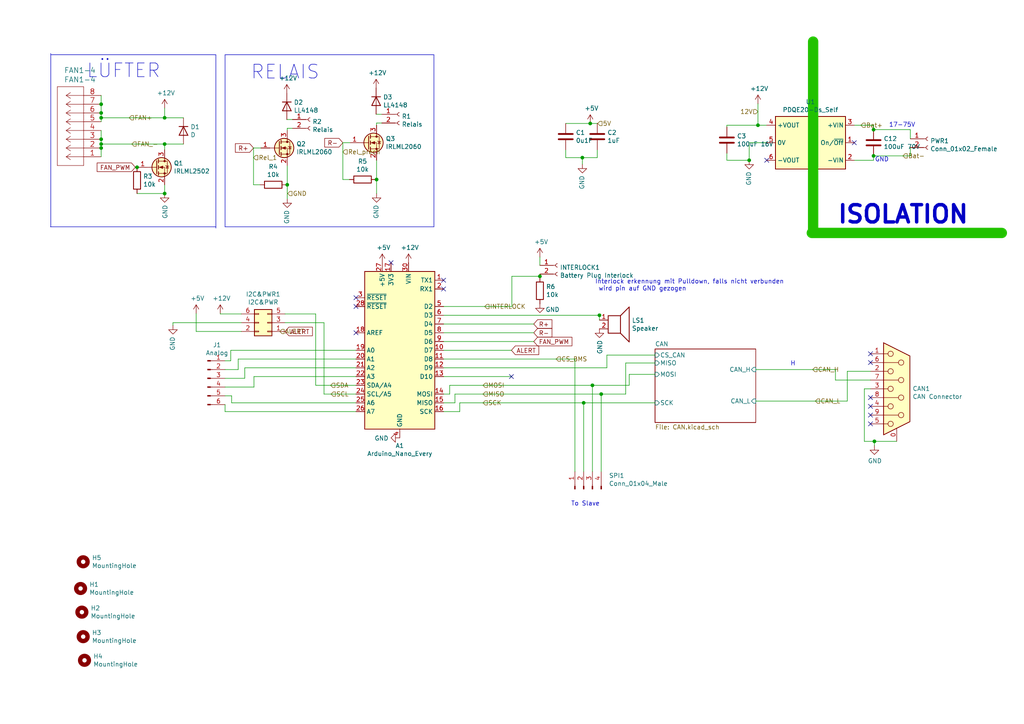
<source format=kicad_sch>
(kicad_sch (version 20230121) (generator eeschema)
  (paper "A4")
  (title_block (title "E16 BMS Master") (date "2022-01-09") (rev "V1") (company "FTAG") (comment 1 "John Pausder"))
  (lib_symbols
    (symbol "Connector_Generic:Conn_02x03_Odd_Even" (pin_names (offset 1.016) hide)
      (property "Reference" "J" (at 1.27 5.08 0))
      (property "Value" "Conn_02x03_Odd_Even" (at 1.27 -5.08 0))
      (symbol "Conn_02x03_Odd_Even_1_1"
        (rectangle (start -1.27 -2.413) (end 0 -2.667) (stroke (width 0.1524)))
        (rectangle (start -1.27 0.127) (end 0 -0.127) (stroke (width 0.1524)))
        (rectangle (start -1.27 2.667) (end 0 2.413) (stroke (width 0.1524)))
        (rectangle (start -1.27 3.81) (end 3.81 -3.81) (stroke (width 0.254)) (fill (type background)))
        (rectangle (start 3.81 -2.413) (end 2.54 -2.667) (stroke (width 0.1524)))
        (rectangle (start 3.81 0.127) (end 2.54 -0.127) (stroke (width 0.1524)))
        (rectangle (start 3.81 2.667) (end 2.54 2.413) (stroke (width 0.1524)))
        (pin passive line (at -5.08 2.54 0) (length 3.81) (name "Pin_1") (number "1"))
        (pin passive line (at 7.62 2.54 180) (length 3.81) (name "Pin_2") (number "2"))
        (pin passive line (at -5.08 0 0) (length 3.81) (name "Pin_3") (number "3"))
        (pin passive line (at 7.62 0 180) (length 3.81) (name "Pin_4") (number "4"))
        (pin passive line (at -5.08 -2.54 0) (length 3.81) (name "Pin_5") (number "5"))
        (pin passive line (at 7.62 -2.54 180) (length 3.81) (name "Pin_6") (number "6"))
      )
    )
    (symbol "Device:C" (pin_numbers hide) (pin_names (offset 0.254))
      (property "Reference" "C" (at 0.635 2.54 0))
      (property "Value" "C" (at 0.635 -2.54 0))
      (symbol "C_0_1"
        (polyline (pts (xy -2.032 -0.762) (xy 2.032 -0.762)) (stroke (width 0.508)))
        (polyline (pts (xy -2.032 0.762) (xy 2.032 0.762)) (stroke (width 0.508)))
      )
      (symbol "C_1_1"
        (pin passive line (at 0 3.81 270) (length 2.794) (name "~") (number "1"))
        (pin passive line (at 0 -3.81 90) (length 2.794) (name "~") (number "2"))
      )
    )
    (symbol "Device:D" (pin_numbers hide) (pin_names (offset 1.016) hide)
      (property "Reference" "D" (at 0 2.54 0))
      (property "Value" "D" (at 0 -2.54 0))
      (symbol "D_0_1"
        (polyline (pts (xy -1.27 1.27) (xy -1.27 -1.27)) (stroke (width 0.254)))
        (polyline (pts (xy 1.27 0) (xy -1.27 0)))
        (polyline (pts (xy 1.27 1.27) (xy 1.27 -1.27) (xy -1.27 0) (xy 1.27 1.27)) (stroke (width 0.254)))
      )
      (symbol "D_1_1"
        (pin passive line (at -3.81 0 0) (length 2.54) (name "K") (number "1"))
        (pin passive line (at 3.81 0 180) (length 2.54) (name "A") (number "2"))
      )
    )
    (symbol "Device:R" (pin_numbers hide) (pin_names (offset 0))
      (property "Reference" "R" (at 2.032 0 90))
      (property "Value" "R" (at 0 0 90))
      (symbol "R_0_1"
        (rectangle (start -1.016 -2.54) (end 1.016 2.54) (stroke (width 0.254)))
      )
      (symbol "R_1_1"
        (pin passive line (at 0 3.81 270) (length 1.27) (name "~") (number "1"))
        (pin passive line (at 0 -3.81 90) (length 1.27) (name "~") (number "2"))
      )
    )
    (symbol "Device:Speaker" (pin_names (offset 0) hide)
      (property "Reference" "LS" (at 1.27 5.715 0))
      (property "Value" "Speaker" (at 1.27 3.81 0))
      (symbol "Speaker_0_0"
        (rectangle (start -2.54 1.27) (end 1.016 -3.81) (stroke (width 0.254)))
        (polyline (pts (xy 1.016 1.27) (xy 3.556 3.81) (xy 3.556 -6.35) (xy 1.016 -3.81)) (stroke (width 0.254)))
      )
      (symbol "Speaker_1_1"
        (pin input line (at -5.08 0 0) (length 2.54) (name "1") (number "1"))
        (pin input line (at -5.08 -2.54 0) (length 2.54) (name "2") (number "2"))
      )
    )
    (symbol "Diode:LL4148" (pin_numbers hide) (pin_names hide)
      (property "Reference" "D" (at 0 2.54 0))
      (property "Value" "LL4148" (at 0 -2.54 0))
      (symbol "LL4148_0_1"
        (polyline (pts (xy -1.27 1.27) (xy -1.27 -1.27)) (stroke (width 0.254)))
        (polyline (pts (xy 1.27 0) (xy -1.27 0)))
        (polyline (pts (xy 1.27 1.27) (xy 1.27 -1.27) (xy -1.27 0) (xy 1.27 1.27)) (stroke (width 0.254)))
      )
      (symbol "LL4148_1_1"
        (pin passive line (at -3.81 0 0) (length 2.54) (name "K") (number "1"))
        (pin passive line (at 3.81 0 180) (length 2.54) (name "A") (number "2"))
      )
    )
    (symbol "E16 BMS Master-rescue:449145803-2022-01-10_10-45-03" (pin_names (offset 0.254) hide)
      (property "Reference" "J" (at 8.89 6.35 0))
      (property "Value" "2022-01-10_10-45-03_449145803" (at 10.16 -10.16 0))
      (symbol "449145803-2022-01-10_10-45-03_1_1"
        (polyline (pts (xy 5.08 -20.32) (xy 12.7 -20.32)) (stroke (width 0.127)))
        (polyline (pts (xy 5.08 2.54) (xy 5.08 -20.32)) (stroke (width 0.127)))
        (polyline (pts (xy 10.16 -17.78) (xy 5.08 -17.78)) (stroke (width 0.127)))
        (polyline (pts (xy 10.16 -17.78) (xy 8.89 -18.6182)) (stroke (width 0.127)))
        (polyline (pts (xy 10.16 -17.78) (xy 8.89 -16.9418)) (stroke (width 0.127)))
        (polyline (pts (xy 10.16 -15.24) (xy 5.08 -15.24)) (stroke (width 0.127)))
        (polyline (pts (xy 10.16 -15.24) (xy 8.89 -16.0782)) (stroke (width 0.127)))
        (polyline (pts (xy 10.16 -15.24) (xy 8.89 -14.4018)) (stroke (width 0.127)))
        (polyline (pts (xy 10.16 -12.7) (xy 5.08 -12.7)) (stroke (width 0.127)))
        (polyline (pts (xy 10.16 -12.7) (xy 8.89 -13.5382)) (stroke (width 0.127)))
        (polyline (pts (xy 10.16 -12.7) (xy 8.89 -11.8618)) (stroke (width 0.127)))
        (polyline (pts (xy 10.16 -10.16) (xy 5.08 -10.16)) (stroke (width 0.127)))
        (polyline (pts (xy 10.16 -10.16) (xy 8.89 -10.9982)) (stroke (width 0.127)))
        (polyline (pts (xy 10.16 -10.16) (xy 8.89 -9.3218)) (stroke (width 0.127)))
        (polyline (pts (xy 10.16 -7.62) (xy 5.08 -7.62)) (stroke (width 0.127)))
        (polyline (pts (xy 10.16 -7.62) (xy 8.89 -8.4582)) (stroke (width 0.127)))
        (polyline (pts (xy 10.16 -7.62) (xy 8.89 -6.7818)) (stroke (width 0.127)))
        (polyline (pts (xy 10.16 -5.08) (xy 5.08 -5.08)) (stroke (width 0.127)))
        (polyline (pts (xy 10.16 -5.08) (xy 8.89 -5.9182)) (stroke (width 0.127)))
        (polyline (pts (xy 10.16 -5.08) (xy 8.89 -4.2418)) (stroke (width 0.127)))
        (polyline (pts (xy 10.16 -2.54) (xy 5.08 -2.54)) (stroke (width 0.127)))
        (polyline (pts (xy 10.16 -2.54) (xy 8.89 -3.3782)) (stroke (width 0.127)))
        (polyline (pts (xy 10.16 -2.54) (xy 8.89 -1.7018)) (stroke (width 0.127)))
        (polyline (pts (xy 10.16 0) (xy 5.08 0)) (stroke (width 0.127)))
        (polyline (pts (xy 10.16 0) (xy 8.89 -0.8382)) (stroke (width 0.127)))
        (polyline (pts (xy 10.16 0) (xy 8.89 0.8382)) (stroke (width 0.127)))
        (polyline (pts (xy 12.7 -20.32) (xy 12.7 2.54)) (stroke (width 0.127)))
        (polyline (pts (xy 12.7 2.54) (xy 5.08 2.54)) (stroke (width 0.127)))
        (pin unspecified line (at 0 0 0) (length 5.08) (name "1") (number "1"))
        (pin unspecified line (at 0 -2.54 0) (length 5.08) (name "2") (number "2"))
        (pin unspecified line (at 0 -5.08 0) (length 5.08) (name "3") (number "3"))
        (pin unspecified line (at 0 -7.62 0) (length 5.08) (name "4") (number "4"))
        (pin unspecified line (at 0 -10.16 0) (length 5.08) (name "5") (number "5"))
        (pin unspecified line (at 0 -12.7 0) (length 5.08) (name "6") (number "6"))
        (pin unspecified line (at 0 -15.24 0) (length 5.08) (name "7") (number "7"))
        (pin unspecified line (at 0 -17.78 0) (length 5.08) (name "8") (number "8"))
      )
    )
    (symbol "E16 BMS Master-rescue:Conn_01x02_Female-Connector" (pin_names (offset 1.016) hide)
      (property "Reference" "J" (at 0 2.54 0))
      (property "Value" "Connector_Conn_01x02_Female" (at 0 -5.08 0))
      (symbol "Conn_01x02_Female-Connector_1_1"
        (arc (start 0 -2.032) (mid -0.5058 -2.54) (end 0 -3.048) (stroke (width 0.1524)))
        (polyline (pts (xy -1.27 -2.54) (xy -0.508 -2.54)) (stroke (width 0.1524)))
        (polyline (pts (xy -1.27 0) (xy -0.508 0)) (stroke (width 0.1524)))
        (arc (start 0 0.508) (mid -0.5058 0) (end 0 -0.508) (stroke (width 0.1524)))
        (pin passive line (at -5.08 0 0) (length 3.81) (name "Pin_1") (number "1"))
        (pin passive line (at -5.08 -2.54 0) (length 3.81) (name "Pin_2") (number "2"))
      )
    )
    (symbol "E16 BMS Master-rescue:Conn_01x04_Male-Connector" (pin_names (offset 1.016) hide)
      (property "Reference" "J" (at 0 5.08 0))
      (property "Value" "Connector_Conn_01x04_Male" (at 0 -7.62 0))
      (symbol "Conn_01x04_Male-Connector_1_1"
        (polyline (pts (xy 1.27 -5.08) (xy 0.8636 -5.08)) (stroke (width 0.1524)))
        (polyline (pts (xy 1.27 -2.54) (xy 0.8636 -2.54)) (stroke (width 0.1524)))
        (polyline (pts (xy 1.27 0) (xy 0.8636 0)) (stroke (width 0.1524)))
        (polyline (pts (xy 1.27 2.54) (xy 0.8636 2.54)) (stroke (width 0.1524)))
        (rectangle (start 0.8636 -4.953) (end 0 -5.207) (stroke (width 0.1524)) (fill (type outline)))
        (rectangle (start 0.8636 -2.413) (end 0 -2.667) (stroke (width 0.1524)) (fill (type outline)))
        (rectangle (start 0.8636 0.127) (end 0 -0.127) (stroke (width 0.1524)) (fill (type outline)))
        (rectangle (start 0.8636 2.667) (end 0 2.413) (stroke (width 0.1524)) (fill (type outline)))
        (pin passive line (at 5.08 2.54 180) (length 3.81) (name "Pin_1") (number "1"))
        (pin passive line (at 5.08 0 180) (length 3.81) (name "Pin_2") (number "2"))
        (pin passive line (at 5.08 -2.54 180) (length 3.81) (name "Pin_3") (number "3"))
        (pin passive line (at 5.08 -5.08 180) (length 3.81) (name "Pin_4") (number "4"))
      )
    )
    (symbol "E16 BMS Master-rescue:Conn_01x06_Male-Connector" (pin_names (offset 1.016) hide)
      (property "Reference" "J" (at 0 7.62 0))
      (property "Value" "Connector_Conn_01x06_Male" (at 0 -10.16 0))
      (symbol "Conn_01x06_Male-Connector_1_1"
        (polyline (pts (xy 1.27 -7.62) (xy 0.8636 -7.62)) (stroke (width 0.1524)))
        (polyline (pts (xy 1.27 -5.08) (xy 0.8636 -5.08)) (stroke (width 0.1524)))
        (polyline (pts (xy 1.27 -2.54) (xy 0.8636 -2.54)) (stroke (width 0.1524)))
        (polyline (pts (xy 1.27 0) (xy 0.8636 0)) (stroke (width 0.1524)))
        (polyline (pts (xy 1.27 2.54) (xy 0.8636 2.54)) (stroke (width 0.1524)))
        (polyline (pts (xy 1.27 5.08) (xy 0.8636 5.08)) (stroke (width 0.1524)))
        (rectangle (start 0.8636 -7.493) (end 0 -7.747) (stroke (width 0.1524)) (fill (type outline)))
        (rectangle (start 0.8636 -4.953) (end 0 -5.207) (stroke (width 0.1524)) (fill (type outline)))
        (rectangle (start 0.8636 -2.413) (end 0 -2.667) (stroke (width 0.1524)) (fill (type outline)))
        (rectangle (start 0.8636 0.127) (end 0 -0.127) (stroke (width 0.1524)) (fill (type outline)))
        (rectangle (start 0.8636 2.667) (end 0 2.413) (stroke (width 0.1524)) (fill (type outline)))
        (rectangle (start 0.8636 5.207) (end 0 4.953) (stroke (width 0.1524)) (fill (type outline)))
        (pin passive line (at 5.08 5.08 180) (length 3.81) (name "Pin_1") (number "1"))
        (pin passive line (at 5.08 2.54 180) (length 3.81) (name "Pin_2") (number "2"))
        (pin passive line (at 5.08 0 180) (length 3.81) (name "Pin_3") (number "3"))
        (pin passive line (at 5.08 -2.54 180) (length 3.81) (name "Pin_4") (number "4"))
        (pin passive line (at 5.08 -5.08 180) (length 3.81) (name "Pin_5") (number "5"))
        (pin passive line (at 5.08 -7.62 180) (length 3.81) (name "Pin_6") (number "6"))
      )
    )
    (symbol "E16 BMS Master-rescue:DB9_Female_MountingHoles-Connector" (pin_names (offset 1.016) hide)
      (property "Reference" "J" (at 0 16.51 0))
      (property "Value" "Connector_DB9_Female_MountingHoles" (at 0 14.605 0))
      (symbol "DB9_Female_MountingHoles-Connector_0_1"
        (circle (center -1.778 -10.16) (radius 0.762))
        (circle (center -1.778 -5.08) (radius 0.762))
        (circle (center -1.778 0) (radius 0.762))
        (circle (center -1.778 5.08) (radius 0.762))
        (circle (center -1.778 10.16) (radius 0.762))
        (polyline (pts (xy -3.81 -10.16) (xy -2.54 -10.16)))
        (polyline (pts (xy -3.81 -7.62) (xy 0.508 -7.62)))
        (polyline (pts (xy -3.81 -5.08) (xy -2.54 -5.08)))
        (polyline (pts (xy -3.81 -2.54) (xy 0.508 -2.54)))
        (polyline (pts (xy -3.81 0) (xy -2.54 0)))
        (polyline (pts (xy -3.81 2.54) (xy 0.508 2.54)))
        (polyline (pts (xy -3.81 5.08) (xy -2.54 5.08)))
        (polyline (pts (xy -3.81 7.62) (xy 0.508 7.62)))
        (polyline (pts (xy -3.81 10.16) (xy -2.54 10.16)))
        (polyline (pts (xy -3.81 13.335) (xy -3.81 -13.335) (xy 3.81 -9.525) (xy 3.81 9.525) (xy -3.81 13.335)) (stroke (width 0.254)) (fill (type background)))
        (circle (center 1.27 -7.62) (radius 0.762))
        (circle (center 1.27 -2.54) (radius 0.762))
        (circle (center 1.27 2.54) (radius 0.762))
        (circle (center 1.27 7.62) (radius 0.762))
      )
      (symbol "DB9_Female_MountingHoles-Connector_1_1"
        (pin passive line (at 0 -15.24 90) (length 3.81) (name "PAD") (number "0"))
        (pin passive line (at -7.62 10.16 0) (length 3.81) (name "1") (number "1"))
        (pin passive line (at -7.62 5.08 0) (length 3.81) (name "2") (number "2"))
        (pin passive line (at -7.62 0 0) (length 3.81) (name "3") (number "3"))
        (pin passive line (at -7.62 -5.08 0) (length 3.81) (name "4") (number "4"))
        (pin passive line (at -7.62 -10.16 0) (length 3.81) (name "5") (number "5"))
        (pin passive line (at -7.62 7.62 0) (length 3.81) (name "6") (number "6"))
        (pin passive line (at -7.62 2.54 0) (length 3.81) (name "7") (number "7"))
        (pin passive line (at -7.62 -2.54 0) (length 3.81) (name "8") (number "8"))
        (pin passive line (at -7.62 -7.62 0) (length 3.81) (name "9") (number "9"))
      )
    )
    (symbol "E16 BMS Master-rescue:IRLML2060-Selfmade" (pin_names hide)
      (property "Reference" "Q" (at 5.08 1.905 0))
      (property "Value" "Selfmade_IRLML2060" (at 5.08 0 0))
      (symbol "IRLML2060-Selfmade_0_1"
        (polyline (pts (xy 0.254 0) (xy -2.54 0)))
        (polyline (pts (xy 0.254 1.905) (xy 0.254 -1.905)) (stroke (width 0.254)))
        (polyline (pts (xy 0.762 -1.27) (xy 0.762 -2.286)) (stroke (width 0.254)))
        (polyline (pts (xy 0.762 0.508) (xy 0.762 -0.508)) (stroke (width 0.254)))
        (polyline (pts (xy 0.762 2.286) (xy 0.762 1.27)) (stroke (width 0.254)))
        (polyline (pts (xy 2.54 2.54) (xy 2.54 1.778)))
        (polyline (pts (xy 2.54 -2.54) (xy 2.54 0) (xy 0.762 0)))
        (polyline (pts (xy 0.762 -1.778) (xy 3.302 -1.778) (xy 3.302 1.778) (xy 0.762 1.778)))
        (polyline (pts (xy 1.016 0) (xy 2.032 0.381) (xy 2.032 -0.381) (xy 1.016 0)) (fill (type outline)))
        (polyline (pts (xy 2.794 0.508) (xy 2.921 0.381) (xy 3.683 0.381) (xy 3.81 0.254)))
        (polyline (pts (xy 3.302 0.381) (xy 2.921 -0.254) (xy 3.683 -0.254) (xy 3.302 0.381)))
        (circle (center 1.651 0) (radius 2.794) (stroke (width 0.254)) (fill (type background)))
        (circle (center 2.54 -1.778) (radius 0.254) (fill (type outline)))
        (circle (center 2.54 1.778) (radius 0.254) (fill (type outline)))
      )
      (symbol "IRLML2060-Selfmade_1_1"
        (pin input line (at -5.08 0 0) (length 2.54) (name "G") (number "1"))
        (pin passive line (at 2.54 -5.08 90) (length 2.54) (name "S") (number "2"))
        (pin passive line (at 2.54 5.08 270) (length 2.54) (name "D") (number "3"))
      )
    )
    (symbol "E16 BMS Master-rescue:PDQE20-Ds_Self-Selfmade"
      (property "Reference" "U" (at -8.89 8.89 0))
      (property "Value" "Selfmade_PDQE20-Ds_Self" (at 8.89 8.89 0))
      (symbol "PDQE20-Ds_Self-Selfmade_0_1"
        (rectangle (start -10.16 7.62) (end 10.16 -7.62) (stroke (width 0.254)) (fill (type background)))
        (polyline (pts (xy 0 -5.08) (xy 0 -6.35)))
        (polyline (pts (xy 0 -2.54) (xy 0 -3.81)))
        (polyline (pts (xy 0 0) (xy 0 -1.27)))
        (polyline (pts (xy 0 2.54) (xy 0 1.27)))
        (polyline (pts (xy 0 5.08) (xy 0 3.81)))
        (polyline (pts (xy 0 7.62) (xy 0 6.35)))
      )
      (symbol "PDQE20-Ds_Self-Selfmade_1_1"
        (pin input line (at -12.7 0 0) (length 2.54) (name "On/~{Off}") (number "1"))
        (pin power_in line (at -12.7 -5.08 0) (length 2.54) (name "-VIN") (number "2"))
        (pin power_in line (at -12.7 5.08 0) (length 2.54) (name "+VIN") (number "3"))
        (pin power_out line (at 12.7 5.08 180) (length 2.54) (name "+VOUT") (number "4"))
        (pin power_out line (at 12.7 0 180) (length 2.54) (name "0V") (number "5"))
        (pin power_out line (at 12.7 -5.08 180) (length 2.54) (name "-VOUT") (number "6"))
      )
    )
    (symbol "MCU_Module:Arduino_Nano_Every"
      (property "Reference" "A" (at -10.16 23.495 0))
      (property "Value" "Arduino_Nano_Every" (at 5.08 -24.13 0))
      (symbol "Arduino_Nano_Every_0_1"
        (rectangle (start -10.16 22.86) (end 10.16 -22.86) (stroke (width 0.254)) (fill (type background)))
      )
      (symbol "Arduino_Nano_Every_1_1"
        (pin bidirectional line (at -12.7 20.32 0) (length 2.54) (name "TX1") (number "1"))
        (pin bidirectional line (at -12.7 0 0) (length 2.54) (name "D7") (number "10"))
        (pin bidirectional line (at -12.7 -2.54 0) (length 2.54) (name "D8") (number "11"))
        (pin bidirectional line (at -12.7 -5.08 0) (length 2.54) (name "D9") (number "12"))
        (pin bidirectional line (at -12.7 -7.62 0) (length 2.54) (name "D10") (number "13"))
        (pin bidirectional line (at -12.7 -12.7 0) (length 2.54) (name "MOSI") (number "14"))
        (pin bidirectional line (at -12.7 -15.24 0) (length 2.54) (name "MISO") (number "15"))
        (pin bidirectional line (at -12.7 -17.78 0) (length 2.54) (name "SCK") (number "16"))
        (pin power_out line (at 2.54 25.4 270) (length 2.54) (name "3V3") (number "17"))
        (pin input line (at 12.7 5.08 180) (length 2.54) (name "AREF") (number "18"))
        (pin bidirectional line (at 12.7 0 180) (length 2.54) (name "A0") (number "19"))
        (pin bidirectional line (at -12.7 17.78 0) (length 2.54) (name "RX1") (number "2"))
        (pin bidirectional line (at 12.7 -2.54 180) (length 2.54) (name "A1") (number "20"))
        (pin bidirectional line (at 12.7 -5.08 180) (length 2.54) (name "A2") (number "21"))
        (pin bidirectional line (at 12.7 -7.62 180) (length 2.54) (name "A3") (number "22"))
        (pin bidirectional line (at 12.7 -10.16 180) (length 2.54) (name "SDA/A4") (number "23"))
        (pin bidirectional line (at 12.7 -12.7 180) (length 2.54) (name "SCL/A5") (number "24"))
        (pin bidirectional line (at 12.7 -15.24 180) (length 2.54) (name "A6") (number "25"))
        (pin bidirectional line (at 12.7 -17.78 180) (length 2.54) (name "A7") (number "26"))
        (pin power_out line (at 5.08 25.4 270) (length 2.54) (name "+5V") (number "27"))
        (pin input line (at 12.7 12.7 180) (length 2.54) (name "~{RESET}") (number "28"))
        (pin passive line (at 0 -25.4 90) (length 2.54) hide (name "GND") (number "29"))
        (pin input line (at 12.7 15.24 180) (length 2.54) (name "~{RESET}") (number "3"))
        (pin power_in line (at -2.54 25.4 270) (length 2.54) (name "VIN") (number "30"))
        (pin power_in line (at 0 -25.4 90) (length 2.54) (name "GND") (number "4"))
        (pin bidirectional line (at -12.7 12.7 0) (length 2.54) (name "D2") (number "5"))
        (pin bidirectional line (at -12.7 10.16 0) (length 2.54) (name "D3") (number "6"))
        (pin bidirectional line (at -12.7 7.62 0) (length 2.54) (name "D4") (number "7"))
        (pin bidirectional line (at -12.7 5.08 0) (length 2.54) (name "D5") (number "8"))
        (pin bidirectional line (at -12.7 2.54 0) (length 2.54) (name "D6") (number "9"))
      )
    )
    (symbol "Mechanical:MountingHole" (pin_names (offset 1.016))
      (property "Reference" "H" (at 0 5.08 0))
      (property "Value" "MountingHole" (at 0 3.175 0))
      (symbol "MountingHole_0_1"
        (circle (center 0 0) (radius 1.27) (stroke (width 1.27)))
      )
    )
    (symbol "power:+12V" (power) (pin_names (offset 0))
      (property "Value" "+12V" (at 0 3.556 0))
      (symbol "+12V_0_1"
        (polyline (pts (xy -0.762 1.27) (xy 0 2.54)))
        (polyline (pts (xy 0 0) (xy 0 2.54)))
        (polyline (pts (xy 0 2.54) (xy 0.762 1.27)))
      )
      (symbol "+12V_1_1"
        (pin power_in line (at 0 0 90) (length 0) hide (name "+12V") (number "1"))
      )
    )
    (symbol "power:+5V" (power) (pin_names (offset 0))
      (property "Value" "+5V" (at 0 3.556 0))
      (symbol "+5V_0_1"
        (polyline (pts (xy -0.762 1.27) (xy 0 2.54)))
        (polyline (pts (xy 0 0) (xy 0 2.54)))
        (polyline (pts (xy 0 2.54) (xy 0.762 1.27)))
      )
      (symbol "+5V_1_1"
        (pin power_in line (at 0 0 90) (length 0) hide (name "+5V") (number "1"))
      )
    )
    (symbol "power:GND" (power) (pin_names (offset 0))
      (property "Value" "GND" (at 0 -3.81 0))
      (symbol "GND_0_1"
        (polyline (pts (xy 0 0) (xy 0 -1.27) (xy 1.27 -1.27) (xy 0 -2.54) (xy -1.27 -1.27) (xy 0 -1.27)))
      )
      (symbol "GND_1_1"
        (pin power_in line (at 0 0 270) (length 0) hide (name "GND") (number "1"))
      )
    )
  )
  (junction (at 174.371 114.3))
  (junction (at 29.337 41.783))
  (junction (at 219.837 36.322))
  (junction (at 83.312 53.594))
  (junction (at 217.297 46.482))
  (junction (at 29.337 34.163))
  (junction (at 156.591 80.137))
  (junction (at 39.751 48.514))
  (junction (at 29.337 30.226))
  (junction (at 29.337 42.926))
  (junction (at 109.22 52.07))
  (junction (at 253.619 128.016))
  (junction (at 168.91 45.72))
  (junction (at 47.752 41.783))
  (junction (at 169.291 116.84))
  (junction (at 47.752 56.134))
  (junction (at 173.863 91.44))
  (junction (at 171.831 111.76))
  (junction (at 253.365 37.592))
  (junction (at 29.337 32.766))
  (junction (at 253.365 45.212))
  (junction (at 171.196 35.814))
  (junction (at 47.752 34.163))
  (junction (at 29.337 40.386))
  (no_connect (at 128.651 83.82))
  (no_connect (at 113.411 76.2))
  (no_connect (at 252.476 122.936))
  (no_connect (at 252.476 120.396))
  (no_connect (at 252.476 115.316))
  (no_connect (at 103.251 96.52))
  (no_connect (at 128.651 81.28))
  (no_connect (at 103.251 86.36))
  (no_connect (at -124.079 20.32))
  (no_connect (at 252.476 117.856))
  (no_connect (at 252.476 102.616))
  (no_connect (at 222.377 46.482))
  (no_connect (at 247.777 41.402))
  (no_connect (at 252.476 105.156))
  (no_connect (at 148.336 109.22))
  (no_connect (at 103.251 88.9))
  (wire (pts (xy 264.033 37.592) (xy 264.033 40.259)))
  (wire (pts (xy 73.66 112.268) (xy 65.278 112.268)))
  (wire (pts (xy 91.567 91.059) (xy 82.677 91.059)))
  (wire (pts (xy 253.365 37.592) (xy 264.033 37.592)))
  (wire (pts (xy 156.591 74.549) (xy 156.591 76.962)))
  (polyline (pts (xy 65.278 15.875) (xy 125.857 15.875)))
  (wire (pts (xy 173.228 43.434) (xy 173.228 45.72)))
  (wire (pts (xy 222.377 36.322) (xy 219.837 36.322)))
  (wire (pts (xy 84.836 34.671) (xy 83.185 34.671)))
  (wire (pts (xy 245.745 107.696) (xy 252.476 107.696)))
  (wire (pts (xy 189.992 108.585) (xy 182.499 108.585)))
  (wire (pts (xy 70.993 109.728) (xy 70.993 106.68)))
  (wire (pts (xy 47.752 56.134) (xy 47.752 53.594)))
  (wire (pts (xy 65.278 119.38) (xy 103.251 119.38)))
  (wire (pts (xy 29.337 37.846) (xy 29.337 40.386)))
  (wire (pts (xy 65.278 107.188) (xy 69.088 107.188)))
  (polyline (pts (xy 235.458 67.564) (xy 290.576 67.564)) (stroke (width 2.9972) (type solid) (color 33 194 0 1)))
  (wire (pts (xy 47.752 34.163) (xy 47.752 31.369)))
  (wire (pts (xy 166.751 136.779) (xy 166.751 104.14)))
  (wire (pts (xy 109.22 35.687) (xy 109.22 36.322)))
  (wire (pts (xy 93.98 114.3) (xy 103.251 114.3)))
  (wire (pts (xy 70.993 106.68) (xy 103.251 106.68)))
  (wire (pts (xy 128.651 93.98) (xy 154.813 93.98)))
  (wire (pts (xy 252.476 112.776) (xy 250.698 112.776)))
  (wire (pts (xy 219.837 36.322) (xy 219.837 30.099)))
  (wire (pts (xy 174.371 114.3) (xy 181.483 114.3)))
  (wire (pts (xy 65.278 109.728) (xy 70.993 109.728)))
  (wire (pts (xy 210.82 36.322) (xy 210.82 36.83)))
  (wire (pts (xy 128.651 101.6) (xy 148.336 101.6)))
  (wire (pts (xy 133.35 116.84) (xy 169.291 116.84)))
  (wire (pts (xy 29.337 41.783) (xy 29.337 42.926)))
  (wire (pts (xy 250.698 112.776) (xy 250.698 128.016)))
  (wire (pts (xy 210.82 46.482) (xy 217.297 46.482)))
  (wire (pts (xy 47.752 41.783) (xy 29.337 41.783)))
  (wire (pts (xy 164.084 35.814) (xy 171.196 35.814)))
  (wire (pts (xy 169.291 116.84) (xy 189.992 116.84)))
  (wire (pts (xy 176.022 102.997) (xy 176.022 106.68)))
  (wire (pts (xy 69.977 93.599) (xy 50.165 93.599)))
  (wire (pts (xy 247.777 36.322) (xy 253.365 36.322)))
  (wire (pts (xy 169.291 136.779) (xy 169.291 116.84)))
  (wire (pts (xy 128.651 106.68) (xy 176.022 106.68)))
  (wire (pts (xy 130.429 114.3) (xy 128.651 114.3)))
  (wire (pts (xy 39.751 56.134) (xy 47.752 56.134)))
  (wire (pts (xy 133.35 116.84) (xy 133.35 119.38)))
  (wire (pts (xy 156.591 79.502) (xy 156.591 80.137)))
  (wire (pts (xy 109.22 35.687) (xy 110.744 35.687)))
  (wire (pts (xy 219.202 107.188) (xy 242.316 107.188)))
  (wire (pts (xy 29.337 27.686) (xy 29.337 30.226)))
  (polyline (pts (xy 125.857 65.786) (xy 65.278 65.786)))
  (wire (pts (xy 128.651 119.38) (xy 133.35 119.38)))
  (wire (pts (xy 29.337 34.163) (xy 29.337 35.306)))
  (wire (pts (xy 217.297 41.402) (xy 222.377 41.402)))
  (wire (pts (xy 217.297 46.482) (xy 217.297 41.402)))
  (wire (pts (xy 128.651 99.06) (xy 154.813 99.06)))
  (wire (pts (xy 83.312 48.006) (xy 83.312 53.594)))
  (polyline (pts (xy 62.611 15.875) (xy 62.611 66.167)))
  (wire (pts (xy 99.441 41.402) (xy 99.441 52.07)))
  (wire (pts (xy 93.98 93.599) (xy 82.677 93.599)))
  (wire (pts (xy 75.692 42.926) (xy 73.533 42.926)))
  (wire (pts (xy 29.337 30.226) (xy 29.337 32.766)))
  (wire (pts (xy 128.651 91.44) (xy 173.863 91.44)))
  (wire (pts (xy 173.863 91.44) (xy 173.99 91.44)))
  (wire (pts (xy 173.863 92.837) (xy 173.863 91.44)))
  (wire (pts (xy 128.651 88.9) (xy 148.463 88.9)))
  (wire (pts (xy 83.312 37.211) (xy 84.836 37.211)))
  (polyline (pts (xy 14.732 15.875) (xy 62.611 15.875)))
  (wire (pts (xy 29.337 40.386) (xy 29.337 41.783)))
  (wire (pts (xy 67.183 114.808) (xy 67.183 116.84)))
  (wire (pts (xy 103.251 109.22) (xy 73.66 109.22)))
  (wire (pts (xy 69.088 104.14) (xy 103.251 104.14)))
  (wire (pts (xy 69.088 107.188) (xy 69.088 104.14)))
  (wire (pts (xy 164.084 45.72) (xy 168.91 45.72)))
  (wire (pts (xy 93.98 93.599) (xy 93.98 114.3)))
  (wire (pts (xy 219.837 36.322) (xy 210.82 36.322)))
  (wire (pts (xy 176.022 102.997) (xy 189.992 102.997)))
  (polyline (pts (xy 235.839 12.065) (xy 235.839 67.183)) (stroke (width 2.9972) (type solid) (color 33 194 0 1)))
  (wire (pts (xy 253.365 36.322) (xy 253.365 37.592)))
  (wire (pts (xy 66.929 101.6) (xy 66.929 104.648)))
  (wire (pts (xy 219.202 116.332) (xy 245.745 116.332)))
  (wire (pts (xy 109.22 46.482) (xy 109.22 52.07)))
  (wire (pts (xy 253.619 128.016) (xy 260.096 128.016)))
  (wire (pts (xy 53.213 34.163) (xy 47.752 34.163)))
  (wire (pts (xy 128.651 104.14) (xy 166.751 104.14)))
  (wire (pts (xy 99.441 52.07) (xy 101.346 52.07)))
  (wire (pts (xy 101.6 41.402) (xy 99.441 41.402)))
  (wire (pts (xy 156.591 80.137) (xy 148.463 80.137)))
  (wire (pts (xy 83.312 53.594) (xy 83.058 53.594)))
  (wire (pts (xy 130.429 111.76) (xy 130.429 114.3)))
  (wire (pts (xy 148.463 80.137) (xy 148.463 88.9)))
  (wire (pts (xy 131.953 116.84) (xy 131.953 114.3)))
  (wire (pts (xy 171.831 136.779) (xy 171.831 111.76)))
  (polyline (pts (xy 65.278 65.786) (xy 65.278 15.875)))
  (wire (pts (xy 103.251 111.76) (xy 91.567 111.76)))
  (wire (pts (xy 110.744 33.147) (xy 109.093 33.147)))
  (wire (pts (xy 69.977 91.059) (xy 63.881 91.059)))
  (wire (pts (xy 66.929 104.648) (xy 65.278 104.648)))
  (wire (pts (xy 253.365 45.212) (xy 264.033 45.212)))
  (wire (pts (xy 131.953 114.3) (xy 174.371 114.3)))
  (wire (pts (xy 69.977 96.139) (xy 56.896 96.139)))
  (polyline (pts (xy 125.857 65.786) (xy 125.857 15.875)))
  (wire (pts (xy 39.751 48.514) (xy 39.243 48.514)))
  (wire (pts (xy 40.132 48.514) (xy 39.751 48.514)))
  (wire (pts (xy 128.651 96.52) (xy 154.813 96.52)))
  (wire (pts (xy 250.698 128.016) (xy 253.619 128.016)))
  (wire (pts (xy 65.278 114.808) (xy 67.183 114.808)))
  (wire (pts (xy 53.213 41.783) (xy 47.752 41.783)))
  (wire (pts (xy 242.316 107.188) (xy 242.316 110.236)))
  (wire (pts (xy 245.745 116.332) (xy 245.745 107.696)))
  (wire (pts (xy 253.619 128.016) (xy 253.619 129.286)))
  (wire (pts (xy 83.312 37.211) (xy 83.312 37.846)))
  (wire (pts (xy 50.165 93.599) (xy 50.165 94.361)))
  (wire (pts (xy 130.429 111.76) (xy 171.831 111.76)))
  (wire (pts (xy 29.337 42.926) (xy 29.337 45.466)))
  (wire (pts (xy 156.591 80.137) (xy 156.591 80.518)))
  (wire (pts (xy 56.896 96.139) (xy 56.896 90.932)))
  (wire (pts (xy 171.196 35.814) (xy 173.228 35.814)))
  (wire (pts (xy 65.278 119.38) (xy 65.278 117.348)))
  (wire (pts (xy 189.992 105.283) (xy 181.483 105.283)))
  (wire (pts (xy 164.084 43.434) (xy 164.084 45.72)))
  (wire (pts (xy 210.82 44.45) (xy 210.82 46.482)))
  (wire (pts (xy 47.752 41.783) (xy 47.752 43.434)))
  (wire (pts (xy 174.371 136.779) (xy 174.371 114.3)))
  (wire (pts (xy 173.228 45.72) (xy 168.91 45.72)))
  (polyline (pts (xy 14.732 65.786) (xy 14.732 15.494)))
  (wire (pts (xy 29.337 32.766) (xy 29.337 34.163)))
  (wire (pts (xy 168.91 45.72) (xy 168.91 47.625)))
  (wire (pts (xy 73.533 53.594) (xy 75.438 53.594)))
  (wire (pts (xy 247.777 46.482) (xy 253.365 46.482)))
  (wire (pts (xy 83.312 53.594) (xy 83.312 57.658)))
  (wire (pts (xy 66.929 101.6) (xy 103.251 101.6)))
  (wire (pts (xy 109.22 52.07) (xy 108.966 52.07)))
  (wire (pts (xy 242.316 110.236) (xy 252.476 110.236)))
  (wire (pts (xy 181.483 105.283) (xy 181.483 114.3)))
  (wire (pts (xy 171.831 111.76) (xy 182.499 111.76)))
  (wire (pts (xy 253.365 46.482) (xy 253.365 45.212)))
  (wire (pts (xy 63.881 91.059) (xy 63.881 90.932)))
  (wire (pts (xy 264.033 45.212) (xy 264.033 42.799)))
  (wire (pts (xy 182.499 108.585) (xy 182.499 111.76)))
  (polyline (pts (xy 62.611 65.786) (xy 14.605 65.786)))
  (wire (pts (xy 73.533 42.926) (xy 73.533 53.594)))
  (wire (pts (xy 73.66 109.22) (xy 73.66 112.268)))
  (wire (pts (xy 109.22 52.07) (xy 109.22 56.134)))
  (wire (pts (xy 128.651 109.22) (xy 148.336 109.22)))
  (wire (pts (xy 91.567 91.059) (xy 91.567 111.76)))
  (wire (pts (xy 29.337 34.163) (xy 47.752 34.163)))
  (wire (pts (xy 128.651 116.84) (xy 131.953 116.84)))
  (wire (pts (xy 67.183 116.84) (xy 103.251 116.84)))
  (text "GND" (at 253.746 47.117 0) (effects (font (size 1.27 1.27)) (justify left bottom)))
  (text "ISOLATION" (at 242.57 65.278 0) (effects (font (size 5.0038 5.0038) (thickness 1.0008) bold) (justify left bottom)))
  (text "H" (at 229.235 106.299 0) (effects (font (size 1.27 1.27)) (justify left bottom)))
  (text "Interlock erkennung mit Pulldown, falls nicht verbunden\n wird pin auf GND gezogen" (at 172.593 84.582 0) (effects (font (size 1.27 1.27)) (justify left bottom)))
  (text "17-75V" (at 257.81 37.084 0) (effects (font (size 1.27 1.27)) (justify left bottom)))
  (text "RELAIS" (at 72.644 23.368 0) (effects (font (size 3.9878 3.9878)) (justify left bottom)))
  (text "LÜFTER" (at 25.019 22.987 0) (effects (font (size 3.9878 3.9878)) (justify left bottom)))
  (text "To Slave" (at 165.608 146.939 0) (effects (font (size 1.27 1.27)) (justify left bottom)))
  (global_label "R-" (shape input) (at 99.441 41.402 180) (property "Intersheetrefs" "${INTERSHEET_REFS}" (effects hide)))
  (global_label "FAN_PWM" (shape input) (at 39.243 48.514 180) (property "Intersheetrefs" "${INTERSHEET_REFS}" (effects hide)))
  (global_label "ALERT" (shape input) (at 82.677 96.139 0) (property "Intersheetrefs" "${INTERSHEET_REFS}" (effects hide)))
  (global_label "ALERT" (shape input) (at 148.336 101.6 0) (property "Intersheetrefs" "${INTERSHEET_REFS}" (effects hide)))
  (global_label "R+" (shape input) (at 154.813 93.98 0) (property "Intersheetrefs" "${INTERSHEET_REFS}" (effects hide)))
  (global_label "FAN_PWM" (shape input) (at 154.813 99.06 0) (property "Intersheetrefs" "${INTERSHEET_REFS}" (effects hide)))
  (global_label "R-" (shape input) (at 154.813 96.52 0) (property "Intersheetrefs" "${INTERSHEET_REFS}" (effects hide)))
  (global_label "R+" (shape input) (at 73.533 42.926 180) (property "Intersheetrefs" "${INTERSHEET_REFS}" (effects hide)))
  (hierarchical_label "SCK" (shape input) (at 140.081 116.84 0))
  (hierarchical_label "SDA" (shape input) (at 95.885 111.76 0))
  (hierarchical_label "12V" (shape input) (at 219.837 32.385 180))
  (hierarchical_label "Bat-" (shape input) (at 261.874 45.212 0))
  (hierarchical_label "Rel_1" (shape input) (at 73.533 45.72 0))
  (hierarchical_label "5V" (shape input) (at 173.355 35.814 0))
  (hierarchical_label "FAN+" (shape input) (at 37.465 34.163 0))
  (hierarchical_label "Bat+" (shape input) (at 249.682 36.322 0))
  (hierarchical_label "MISO" (shape input) (at 140.081 114.3 0))
  (hierarchical_label "ALERT" (shape input) (at 81.153 96.139 0))
  (hierarchical_label "CS_BMS" (shape input) (at 161.29 104.14 0))
  (hierarchical_label "CAN_L" (shape input) (at 236.474 116.332 0))
  (hierarchical_label "INTERLOCK" (shape input) (at 140.589 88.9 0))
  (hierarchical_label "Rel_prech" (shape input) (at 99.441 44.069 0))
  (hierarchical_label "GND" (shape input) (at 83.439 56.134 0))
  (hierarchical_label "MOSI" (shape input) (at 140.081 111.76 0))
  (hierarchical_label "FAN_-" (shape input) (at 38.227 41.783 0))
  (hierarchical_label "CAN_H" (shape input) (at 235.712 107.188 0))
  (hierarchical_label "SCL" (shape input) (at 96.012 114.3 0))
  (symbol (lib_id "E16 BMS Master-rescue:DB9_Female_MountingHoles-Connector") (at 260.096 112.776 0) (unit 1)
    (property "Reference" "CAN1" (at 264.668 112.7252 0) (effects (justify left)))
    (property "Value" "CAN Connector" (at 264.668 115.0366 0) (effects (justify left)))
    (property "Footprint" "Connector_Dsub:DSUB-9_Female_Horizontal_P2.77x2.84mm_EdgePinOffset7.70mm_Housed_MountingHolesOffset9.12mm" (effects hide))
    (property "Datasheet" " ~" (effects hide))
  )
  (symbol (lib_id "power:GND") (at 253.619 129.286 0) (unit 1)
    (property "Reference" "#PWR020" (effects hide))
    (property "Value" "GND" (at 253.746 133.6802 0))
  )
  (symbol (lib_id "power:GND") (at 115.951 127 270) (unit 1)
    (property "Reference" "#PWR09" (effects hide))
    (property "Value" "GND" (at 112.6998 127.127 90) (effects (justify right)))
  )
  (symbol (lib_id "power:GND") (at 173.863 95.377 0) (unit 1)
    (property "Reference" "#PWR06" (effects hide))
    (property "Value" "GND" (at 173.99 98.6282 90) (effects (justify right)))
  )
  (symbol (lib_id "Device:R") (at 156.591 84.328 0) (unit 1)
    (property "Reference" "R6" (at 158.369 83.1596 0) (effects (justify left)))
    (property "Value" "10k" (at 158.369 85.471 0) (effects (justify left)))
    (property "Footprint" "Resistor_SMD:R_1206_3216Metric_Pad1.30x1.75mm_HandSolder" (effects hide))
  )
  (symbol (lib_id "power:+5V") (at 156.591 74.549 0) (unit 1)
    (property "Reference" "#PWR014" (effects hide))
    (property "Value" "+5V" (at 156.972 70.1548 0))
  )
  (symbol (lib_id "E16 BMS Master-rescue:Conn_01x02_Female-Connector") (at 161.671 76.962 0) (unit 1)
    (property "Reference" "INTERLOCK1" (at 162.3822 77.5716 0) (effects (justify left)))
    (property "Value" "Battery Plug Interlock" (at 162.3822 79.883 0) (effects (justify left)))
    (property "Footprint" "2022-01-09_21-13-24:430450228" (effects hide))
  )
  (symbol (lib_id "power:GND") (at 156.591 88.138 0) (unit 1)
    (property "Reference" "#PWR015" (effects hide))
    (property "Value" "GND" (at 162.306 89.789 0) (effects (justify right)))
  )
  (symbol (lib_id "power:+12V") (at 219.837 30.099 0) (unit 1)
    (property "Reference" "#PWR019" (effects hide))
    (property "Value" "+12V" (at 220.218 25.7048 0))
  )
  (symbol (lib_id "Device:C") (at 164.084 39.624 0) (unit 1)
    (property "Reference" "C1" (at 167.005 38.4556 0) (effects (justify left)))
    (property "Value" "0u1F" (at 167.005 40.767 0) (effects (justify left)))
    (property "Footprint" "Capacitor_SMD:C_1206_3216Metric_Pad1.33x1.80mm_HandSolder" (effects hide))
  )
  (symbol (lib_id "power:GND") (at 168.91 47.625 0) (mirror y) (unit 1)
    (property "Reference" "#PWR016" (effects hide))
    (property "Value" "GND" (at 168.783 50.8762 90) (effects (justify right)))
  )
  (symbol (lib_id "Device:C") (at 173.228 39.624 0) (unit 1)
    (property "Reference" "C2" (at 176.149 38.4556 0) (effects (justify left)))
    (property "Value" "1uF" (at 176.149 40.767 0) (effects (justify left)))
    (property "Footprint" "Capacitor_SMD:C_1206_3216Metric_Pad1.33x1.80mm_HandSolder" (effects hide))
  )
  (symbol (lib_id "Device:C") (at 210.82 40.64 0) (unit 1)
    (property "Reference" "C3" (at 213.741 39.4716 0) (effects (justify left)))
    (property "Value" "100uF 16V" (at 213.741 41.783 0) (effects (justify left)))
    (property "Footprint" "Capacitor_SMD:C_1206_3216Metric_Pad1.33x1.80mm_HandSolder" (effects hide))
  )
  (symbol (lib_id "E16 BMS Master-rescue:Conn_01x02_Female-Connector") (at 115.824 33.147 0) (unit 1)
    (property "Reference" "R1" (at 116.5352 33.7566 0) (effects (justify left)))
    (property "Value" "Relais" (at 116.5352 36.068 0) (effects (justify left)))
    (property "Footprint" "2022-01-09_21-13-24:430450228" (effects hide))
  )
  (symbol (lib_id "E16 BMS Master-rescue:IRLML2060-Selfmade") (at 106.68 41.402 0) (unit 1)
    (property "Reference" "Q3" (at 111.8616 40.2336 0) (effects (justify left)))
    (property "Value" "IRLML2060" (at 111.8616 42.545 0) (effects (justify left)))
    (property "Footprint" "Package_TO_SOT_SMD:SOT-23_Handsoldering" (effects hide))
  )
  (symbol (lib_id "power:+12V") (at 109.093 25.527 0) (unit 1)
    (property "Reference" "#PWR012" (effects hide))
    (property "Value" "+12V" (at 109.474 21.1328 0))
  )
  (symbol (lib_id "Diode:LL4148") (at 109.093 29.337 270) (unit 1)
    (property "Reference" "D3" (at 111.125 28.1686 90) (effects (justify left)))
    (property "Value" "LL4148" (at 111.125 30.48 90) (effects (justify left)))
    (property "Footprint" "Diode_SMD:D_MiniMELF" (effects hide))
    (property "Datasheet" "http://www.vishay.com/docs/85557/ll4148.pdf" (effects hide))
  )
  (symbol (lib_id "Device:R") (at 105.156 52.07 270) (unit 1)
    (property "Reference" "R5" (at 105.156 46.8122 90))
    (property "Value" "10k" (at 105.156 49.1236 90))
    (property "Footprint" "Resistor_SMD:R_1206_3216Metric_Pad1.30x1.75mm_HandSolder" (effects hide))
  )
  (symbol (lib_id "MCU_Module:Arduino_Nano_Every") (at 115.951 101.6 0) (mirror y) (unit 1)
    (property "Reference" "A1" (at 115.951 129.2606 0))
    (property "Value" "Arduino_Nano_Every" (at 115.951 131.572 0))
    (property "Footprint" "Module:Arduino_Nano" (effects hide))
    (property "Datasheet" "https://content.arduino.cc/assets/NANOEveryV3.0_sch.pdf" (effects hide))
  )
  (symbol (lib_id "power:GND") (at 109.22 56.134 0) (mirror y) (unit 1)
    (property "Reference" "#PWR013" (effects hide))
    (property "Value" "GND" (at 109.093 59.3852 90) (effects (justify right)))
  )
  (symbol (lib_id "E16 BMS Master-rescue:PDQE20-Ds_Self-Selfmade") (at 235.077 41.402 0) (mirror y) (unit 1)
    (property "Reference" "U1" (at 235.077 29.5402 0))
    (property "Value" "PDQE20-Ds_Self" (at 235.077 31.8516 0))
    (property "Footprint" "Selfmade:Converter_DCDC_XP_POWER_JTDxxxxxxx_THT_self" (effects hide))
    (property "Datasheet" "https://www.xppower.com/portals/0/pdfs/SF_JTD20.pdf" (effects hide))
  )
  (symbol (lib_id "Device:C") (at 253.365 41.402 0) (unit 1)
    (property "Reference" "C12" (at 256.286 40.2336 0) (effects (justify left)))
    (property "Value" "100uF 70V" (at 256.286 42.545 0) (effects (justify left)))
    (property "Footprint" "Capacitor_SMD:C_1206_3216Metric_Pad1.33x1.80mm_HandSolder" (effects hide))
  )
  (symbol (lib_id "E16 BMS Master-rescue:449145803-2022-01-10_10-45-03") (at 29.337 45.466 180) (unit 1)
    (property "Reference" "FAN1-4" (at 23.1902 20.3962 0) (effects (font (size 1.524 1.524))))
    (property "Value" "FAN1-4" (at 23.1902 23.0886 0) (effects (font (size 1.524 1.524))))
    (property "Footprint" "2022-01-10_10-45-03:449145803" (effects hide))
  )
  (symbol (lib_id "Mechanical:MountingHole") (at 24.13 162.941 0) (unit 1)
    (property "Reference" "H5" (at 26.67 161.7726 0) (effects (justify left)))
    (property "Value" "MountingHole" (at 26.67 164.084 0) (effects (justify left)))
    (property "Footprint" "Selfmade:FTAG3" (effects hide))
  )
  (symbol (lib_id "power:+5V") (at 110.871 76.2 0) (unit 1)
    (property "Reference" "#PWR08" (effects hide))
    (property "Value" "+5V" (at 111.252 71.8058 0))
  )
  (symbol (lib_id "power:GND") (at 217.297 46.482 0) (mirror y) (unit 1)
    (property "Reference" "#PWR018" (effects hide))
    (property "Value" "GND" (at 217.17 49.7332 90) (effects (justify right)))
  )
  (symbol (lib_id "power:+12V") (at 47.752 31.369 0) (unit 1)
    (property "Reference" "#PWR04" (effects hide))
    (property "Value" "+12V" (at 48.133 26.9748 0))
  )
  (symbol (lib_id "E16 BMS Master-rescue:IRLML2060-Selfmade") (at 45.212 48.514 0) (unit 1)
    (property "Reference" "Q1" (at 50.3936 47.3456 0) (effects (justify left)))
    (property "Value" "IRLML2502" (at 50.3936 49.657 0) (effects (justify left)))
    (property "Footprint" "Package_TO_SOT_SMD:SOT-23_Handsoldering" (effects hide))
  )
  (symbol (lib_id "Device:R") (at 39.751 52.324 0) (unit 1)
    (property "Reference" "R3" (at 41.529 51.1556 0) (effects (justify left)))
    (property "Value" "10k" (at 41.529 53.467 0) (effects (justify left)))
    (property "Footprint" "Resistor_SMD:R_1206_3216Metric_Pad1.30x1.75mm_HandSolder" (effects hide))
  )
  (symbol (lib_id "power:GND") (at 47.752 56.134 0) (unit 1)
    (property "Reference" "#PWR05" (effects hide))
    (property "Value" "GND" (at 47.879 59.3852 90) (effects (justify right)))
  )
  (symbol (lib_id "Device:D") (at 53.213 37.973 270) (unit 1)
    (property "Reference" "D1" (at 55.245 36.8046 90) (effects (justify left)))
    (property "Value" "D" (at 55.245 39.116 90) (effects (justify left)))
    (property "Footprint" "Diode_SMD:D_MiniMELF" (effects hide))
  )
  (symbol (lib_id "power:+12V") (at 118.491 76.2 0) (unit 1)
    (property "Reference" "#PWR07" (effects hide))
    (property "Value" "+12V" (at 118.872 71.8058 0))
  )
  (symbol (lib_id "E16 BMS Master-rescue:Conn_01x02_Female-Connector") (at 89.916 34.671 0) (unit 1)
    (property "Reference" "R2" (at 90.6272 35.2806 0) (effects (justify left)))
    (property "Value" "Relais" (at 90.6272 37.592 0) (effects (justify left)))
    (property "Footprint" "2022-01-09_21-13-24:430450228" (effects hide))
  )
  (symbol (lib_id "E16 BMS Master-rescue:IRLML2060-Selfmade") (at 80.772 42.926 0) (unit 1)
    (property "Reference" "Q2" (at 85.9536 41.7576 0) (effects (justify left)))
    (property "Value" "IRLML2060" (at 85.9536 44.069 0) (effects (justify left)))
    (property "Footprint" "Package_TO_SOT_SMD:SOT-23_Handsoldering" (effects hide))
  )
  (symbol (lib_id "power:+12V") (at 83.185 27.051 0) (unit 1)
    (property "Reference" "#PWR010" (effects hide))
    (property "Value" "+12V" (at 83.566 22.6568 0))
  )
  (symbol (lib_id "Diode:LL4148") (at 83.185 30.861 270) (unit 1)
    (property "Reference" "D2" (at 85.217 29.6926 90) (effects (justify left)))
    (property "Value" "LL4148" (at 85.217 32.004 90) (effects (justify left)))
    (property "Footprint" "Diode_SMD:D_MiniMELF" (effects hide))
    (property "Datasheet" "http://www.vishay.com/docs/85557/ll4148.pdf" (effects hide))
  )
  (symbol (lib_id "Device:R") (at 79.248 53.594 270) (unit 1)
    (property "Reference" "R4" (at 79.248 48.3362 90))
    (property "Value" "10k" (at 79.248 50.6476 90))
    (property "Footprint" "Resistor_SMD:R_1206_3216Metric_Pad1.30x1.75mm_HandSolder" (effects hide))
  )
  (symbol (lib_id "power:GND") (at 83.312 57.658 0) (mirror y) (unit 1)
    (property "Reference" "#PWR011" (effects hide))
    (property "Value" "GND" (at 83.185 60.9092 90) (effects (justify right)))
  )
  (symbol (lib_id "E16 BMS Master-rescue:Conn_01x04_Male-Connector") (at 169.291 141.859 90) (unit 1)
    (property "Reference" "SPI1" (at 176.6062 137.9474 90) (effects (justify right)))
    (property "Value" "Conn_01x04_Male" (at 176.6062 140.2588 90) (effects (justify right)))
    (property "Footprint" "Connector_JST:JST_XH_S4B-XH-A_1x04_P2.50mm_Horizontal" (effects hide))
  )
  (symbol (lib_id "Connector_Generic:Conn_02x03_Odd_Even") (at 77.597 93.599 180) (unit 1)
    (property "Reference" "I2C&PWR1" (at 76.327 85.344 0))
    (property "Value" "I2C&PWR" (at 76.327 87.6554 0))
    (property "Footprint" "Connector_IDC:IDC-Header_2x03_P2.54mm_Horizontal" (effects hide))
  )
  (symbol (lib_id "power:+12V") (at 63.881 90.932 0) (unit 1)
    (property "Reference" "#PWR03" (effects hide))
    (property "Value" "+12V" (at 64.262 86.5378 0))
  )
  (symbol (lib_id "power:GND") (at 50.165 94.361 0) (mirror y) (unit 1)
    (property "Reference" "#PWR01" (effects hide))
    (property "Value" "GND" (at 50.038 97.6122 90) (effects (justify right)))
  )
  (symbol (lib_id "power:+5V") (at 56.896 90.932 0) (unit 1)
    (property "Reference" "#PWR02" (effects hide))
    (property "Value" "+5V" (at 57.277 86.5378 0))
  )
  (symbol (lib_id "Mechanical:MountingHole") (at 24.511 191.516 0) (unit 1)
    (property "Reference" "H4" (at 27.051 190.3476 0) (effects (justify left)))
    (property "Value" "MountingHole" (at 27.051 192.659 0) (effects (justify left)))
    (property "Footprint" "MountingHole:MountingHole_3.2mm_M3_ISO7380" (effects hide))
  )
  (symbol (lib_id "Mechanical:MountingHole") (at 24.13 184.658 0) (unit 1)
    (property "Reference" "H3" (at 26.67 183.4896 0) (effects (justify left)))
    (property "Value" "MountingHole" (at 26.67 185.801 0) (effects (justify left)))
    (property "Footprint" "MountingHole:MountingHole_3.2mm_M3_ISO7380" (effects hide))
  )
  (symbol (lib_id "Mechanical:MountingHole") (at 23.749 177.546 0) (unit 1)
    (property "Reference" "H2" (at 26.289 176.3776 0) (effects (justify left)))
    (property "Value" "MountingHole" (at 26.289 178.689 0) (effects (justify left)))
    (property "Footprint" "MountingHole:MountingHole_3.2mm_M3_ISO7380" (effects hide))
  )
  (symbol (lib_id "Mechanical:MountingHole") (at 23.368 170.688 0) (unit 1)
    (property "Reference" "H1" (at 25.908 169.5196 0) (effects (justify left)))
    (property "Value" "MountingHole" (at 25.908 171.831 0) (effects (justify left)))
    (property "Footprint" "MountingHole:MountingHole_3.2mm_M3_ISO7380" (effects hide))
  )
  (symbol (lib_id "E16 BMS Master-rescue:Conn_01x02_Female-Connector") (at 269.113 40.259 0) (unit 1)
    (property "Reference" "PWR1" (at 269.8242 40.8686 0) (effects (justify left)))
    (property "Value" "Conn_01x02_Female" (at 269.8242 43.18 0) (effects (justify left)))
    (property "Footprint" "2022-01-09_21-13-24:430450228" (effects hide))
  )
  (symbol (lib_id "E16 BMS Master-rescue:Conn_01x06_Male-Connector") (at 60.198 109.728 0) (unit 1)
    (property "Reference" "J1" (at 62.9412 100.0506 0))
    (property "Value" "Analog" (at 62.9412 102.362 0))
    (property "Footprint" "Connector_JST:JST_XH_B6B-XH-AM_1x06_P2.50mm_Vertical" (effects hide))
  )
  (symbol (lib_id "power:+5V") (at 171.196 35.814 0) (unit 1)
    (property "Reference" "#PWR0111" (effects hide))
    (property "Value" "+5V" (at 171.577 31.4198 0))
  )
  (symbol (lib_id "Device:Speaker") (at 178.943 92.837 0) (unit 1)
    (property "Reference" "LS1" (at 183.261 92.9386 0) (effects (justify left)))
    (property "Value" "Speaker" (at 183.261 95.25 0) (effects (justify left)))
    (property "Footprint" "Selfmade:Buzzer4mmPIN" (effects hide))
  )
  (sheet (at 189.992 101.219) (size 29.21 21.336)
    (property "Sheetname" "CAN" (at 189.992 100.5074 0) (effects (justify left bottom)))
    (property "Sheetfile" "CAN.kicad_sch" (at 189.992 123.1396 0) (effects (justify left top)))
    (pin "MISO" input (at 189.992 105.283 180))
    (pin "MOSI" input (at 189.992 108.585 180))
    (pin "CS_CAN" input (at 189.992 102.997 180))
    (pin "SCK" input (at 189.992 116.84 180))
    (pin "CAN_H" input (at 219.202 107.188 0))
    (pin "CAN_L" input (at 219.202 116.332 0))
  )
)
</source>
